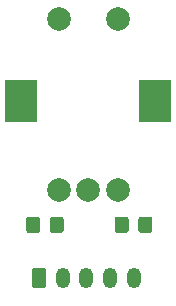
<source format=gts>
G04 #@! TF.GenerationSoftware,KiCad,Pcbnew,(5.1.9)-1*
G04 #@! TF.CreationDate,2021-05-18T23:01:19-05:00*
G04 #@! TF.ProjectId,Encoder,456e636f-6465-4722-9e6b-696361645f70,rev?*
G04 #@! TF.SameCoordinates,Original*
G04 #@! TF.FileFunction,Soldermask,Top*
G04 #@! TF.FilePolarity,Negative*
%FSLAX46Y46*%
G04 Gerber Fmt 4.6, Leading zero omitted, Abs format (unit mm)*
G04 Created by KiCad (PCBNEW (5.1.9)-1) date 2021-05-18 23:01:19*
%MOMM*%
%LPD*%
G01*
G04 APERTURE LIST*
%ADD10C,2.000000*%
%ADD11R,2.800000X3.600000*%
%ADD12O,1.200000X1.750000*%
G04 APERTURE END LIST*
D10*
X145650000Y-108550000D03*
X143150000Y-108550000D03*
X140650000Y-108550000D03*
X145650000Y-94050000D03*
X140650000Y-94050000D03*
D11*
X148850000Y-101050000D03*
X137450000Y-101050000D03*
G36*
G01*
X146600000Y-111049999D02*
X146600000Y-111950001D01*
G75*
G02*
X146350001Y-112200000I-249999J0D01*
G01*
X145649999Y-112200000D01*
G75*
G02*
X145400000Y-111950001I0J249999D01*
G01*
X145400000Y-111049999D01*
G75*
G02*
X145649999Y-110800000I249999J0D01*
G01*
X146350001Y-110800000D01*
G75*
G02*
X146600000Y-111049999I0J-249999D01*
G01*
G37*
G36*
G01*
X148600000Y-111049999D02*
X148600000Y-111950001D01*
G75*
G02*
X148350001Y-112200000I-249999J0D01*
G01*
X147649999Y-112200000D01*
G75*
G02*
X147400000Y-111950001I0J249999D01*
G01*
X147400000Y-111049999D01*
G75*
G02*
X147649999Y-110800000I249999J0D01*
G01*
X148350001Y-110800000D01*
G75*
G02*
X148600000Y-111049999I0J-249999D01*
G01*
G37*
G36*
G01*
X139900000Y-111950001D02*
X139900000Y-111049999D01*
G75*
G02*
X140149999Y-110800000I249999J0D01*
G01*
X140850001Y-110800000D01*
G75*
G02*
X141100000Y-111049999I0J-249999D01*
G01*
X141100000Y-111950001D01*
G75*
G02*
X140850001Y-112200000I-249999J0D01*
G01*
X140149999Y-112200000D01*
G75*
G02*
X139900000Y-111950001I0J249999D01*
G01*
G37*
G36*
G01*
X137900000Y-111950001D02*
X137900000Y-111049999D01*
G75*
G02*
X138149999Y-110800000I249999J0D01*
G01*
X138850001Y-110800000D01*
G75*
G02*
X139100000Y-111049999I0J-249999D01*
G01*
X139100000Y-111950001D01*
G75*
G02*
X138850001Y-112200000I-249999J0D01*
G01*
X138149999Y-112200000D01*
G75*
G02*
X137900000Y-111950001I0J249999D01*
G01*
G37*
D12*
X147000000Y-116000000D03*
X145000000Y-116000000D03*
X143000000Y-116000000D03*
X141000000Y-116000000D03*
G36*
G01*
X138400000Y-116625001D02*
X138400000Y-115374999D01*
G75*
G02*
X138649999Y-115125000I249999J0D01*
G01*
X139350001Y-115125000D01*
G75*
G02*
X139600000Y-115374999I0J-249999D01*
G01*
X139600000Y-116625001D01*
G75*
G02*
X139350001Y-116875000I-249999J0D01*
G01*
X138649999Y-116875000D01*
G75*
G02*
X138400000Y-116625001I0J249999D01*
G01*
G37*
M02*

</source>
